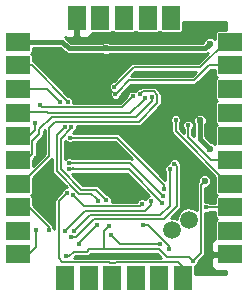
<source format=gbr>
G04 #@! TF.FileFunction,Copper,L2,Bot,Signal*
%FSLAX46Y46*%
G04 Gerber Fmt 4.6, Leading zero omitted, Abs format (unit mm)*
G04 Created by KiCad (PCBNEW 4.0.4-stable) date 05/29/18 15:09:19*
%MOMM*%
%LPD*%
G01*
G04 APERTURE LIST*
%ADD10C,0.100000*%
%ADD11R,1.500000X1.500000*%
%ADD12R,2.000000X1.500000*%
%ADD13R,1.500000X2.000000*%
%ADD14C,1.500000*%
%ADD15C,0.400000*%
%ADD16C,0.600000*%
%ADD17C,0.200000*%
%ADD18C,0.400000*%
%ADD19C,0.254000*%
G04 APERTURE END LIST*
D10*
D11*
X100000000Y-90000000D03*
D12*
X100000000Y-90000000D03*
D11*
X100000000Y-88000000D03*
D12*
X100000000Y-88000000D03*
D11*
X100000000Y-86000000D03*
X100000000Y-84000000D03*
D12*
X100000000Y-86000000D03*
X100000000Y-84000000D03*
D11*
X100000000Y-96000000D03*
X100000000Y-94000000D03*
X100000000Y-98000000D03*
X100000000Y-92000000D03*
D12*
X100000000Y-96000000D03*
X100000000Y-92000000D03*
X100000000Y-98000000D03*
X100000000Y-94000000D03*
D11*
X100000000Y-80000000D03*
X100000000Y-82000000D03*
D12*
X100000000Y-82000000D03*
X100000000Y-80000000D03*
D11*
X104000000Y-100000000D03*
D13*
X104000000Y-100000000D03*
D11*
X106000000Y-100000000D03*
D13*
X106000000Y-100000000D03*
D11*
X108000000Y-100000000D03*
X110000000Y-100000000D03*
D13*
X108000000Y-100000000D03*
X110000000Y-100000000D03*
D11*
X114000000Y-100000000D03*
X112000000Y-100000000D03*
D13*
X112000000Y-100000000D03*
X114000000Y-100000000D03*
D11*
X118000000Y-86000000D03*
X118000000Y-84000000D03*
X118000000Y-90000000D03*
X118000000Y-88000000D03*
X118000000Y-80000000D03*
X118000000Y-82000000D03*
X118000000Y-96000000D03*
X118000000Y-94000000D03*
X118000000Y-98000000D03*
X118000000Y-92000000D03*
D12*
X118000000Y-86000000D03*
X118000000Y-84000000D03*
X118000000Y-88000000D03*
X118000000Y-90000000D03*
X118000000Y-82000000D03*
X118000000Y-80000000D03*
X118000000Y-96000000D03*
X118000000Y-98000000D03*
X118000000Y-92000000D03*
X118000000Y-94000000D03*
D11*
X107000000Y-78000000D03*
X109000000Y-78000000D03*
X105000000Y-78000000D03*
X111000000Y-78000000D03*
X113000000Y-78000000D03*
D13*
X107000000Y-78000000D03*
X111000000Y-78000000D03*
X105000000Y-78000000D03*
X109000000Y-78000000D03*
X113000000Y-78000000D03*
D14*
X113020000Y-95950000D03*
X114520000Y-95050000D03*
D15*
X116420000Y-95275000D03*
X116395000Y-92650000D03*
X116495000Y-91500000D03*
X107914719Y-98053846D03*
X101570000Y-89850000D03*
X107920000Y-93000000D03*
D16*
X106020000Y-84550000D03*
X105020000Y-79600000D03*
D15*
X110120000Y-98050000D03*
X104370000Y-88650000D03*
X110969565Y-81231489D03*
X115266793Y-90103207D03*
X110570000Y-79550000D03*
X107420000Y-83350000D03*
X102270000Y-90700000D03*
X102220000Y-88100000D03*
X116220000Y-96450000D03*
D16*
X110520000Y-82700000D03*
X109320000Y-79550000D03*
D15*
X108520000Y-88900000D03*
X107720000Y-95600000D03*
X104070000Y-98150000D03*
X114820000Y-98550000D03*
D16*
X115820000Y-91800000D03*
X116270000Y-89050000D03*
X115420000Y-86650000D03*
X116270000Y-80150000D03*
X107470000Y-80550000D03*
D15*
X114520000Y-95050000D03*
X112320000Y-93050000D03*
X104320000Y-90250000D03*
X112008302Y-97101622D03*
X107901802Y-96381802D03*
X112370000Y-92450000D03*
X104424727Y-88102727D03*
X103570000Y-85050000D03*
X113020000Y-95950000D03*
X112220000Y-93600000D03*
X104320000Y-90800000D03*
X104170016Y-92796054D03*
X104001028Y-96014385D03*
X111273521Y-93492756D03*
X102620000Y-95950000D03*
X115970011Y-94009607D03*
X114420000Y-87050000D03*
X106790865Y-93449990D03*
X103970147Y-87213193D03*
X104220000Y-85050002D03*
X104795540Y-96000011D03*
X112870000Y-90750000D03*
X104518987Y-96497324D03*
X113270000Y-90300000D03*
X101570000Y-95900000D03*
X113370000Y-86600000D03*
X111370000Y-84700000D03*
X110774027Y-84765738D03*
X110366276Y-84396629D03*
X101450643Y-86830338D03*
X101857968Y-85319838D03*
X109720000Y-84600000D03*
X108275710Y-84425983D03*
X108176359Y-83788012D03*
X105212625Y-97106102D03*
X107493822Y-93376516D03*
X106720000Y-95481248D03*
X104520000Y-87200000D03*
X112820000Y-97550000D03*
X110620000Y-95500000D03*
X110520000Y-93700000D03*
X104720000Y-93000000D03*
D17*
X116420000Y-95275000D02*
X116420000Y-96250000D01*
X116420000Y-96250000D02*
X116220000Y-96450000D01*
X115266793Y-90103207D02*
X115266793Y-90271793D01*
X115266793Y-90271793D02*
X116495000Y-91500000D01*
X107918565Y-98050000D02*
X107914719Y-98053846D01*
X110120000Y-98050000D02*
X107918565Y-98050000D01*
X102220000Y-88100000D02*
X102220000Y-89200000D01*
X102220000Y-89200000D02*
X101570000Y-89850000D01*
D18*
X118000000Y-98000000D02*
X117970000Y-98000000D01*
D17*
X106070000Y-97550000D02*
X107270000Y-97550000D01*
X107270000Y-97550000D02*
X111970000Y-97550000D01*
X107720000Y-95600000D02*
X107270000Y-96050000D01*
X107270000Y-96050000D02*
X107270000Y-97550000D01*
X112620000Y-98200000D02*
X114470000Y-98200000D01*
X114470000Y-98200000D02*
X114820000Y-98550000D01*
X111970000Y-97550000D02*
X112620000Y-98200000D01*
X105870000Y-97750000D02*
X106070000Y-97550000D01*
X104752842Y-97750000D02*
X105870000Y-97750000D01*
X104070000Y-98150000D02*
X104352842Y-98150000D01*
X104352842Y-98150000D02*
X104752842Y-97750000D01*
X114820000Y-98550000D02*
X115520001Y-97849999D01*
X115520001Y-97849999D02*
X115520001Y-93549999D01*
X115520001Y-93549999D02*
X115520001Y-93599999D01*
X115820000Y-91800000D02*
X115520001Y-92099999D01*
X115520001Y-92099999D02*
X115520001Y-93549999D01*
D18*
X115420000Y-86650000D02*
X115420000Y-88200000D01*
X115420000Y-88200000D02*
X116270000Y-89050000D01*
X107470000Y-80550000D02*
X115870000Y-80550000D01*
X115870000Y-80550000D02*
X116270000Y-80150000D01*
X100000000Y-80000000D02*
X103770000Y-80000000D01*
X103770000Y-80000000D02*
X104320000Y-80550000D01*
X104320000Y-80550000D02*
X107470000Y-80550000D01*
D17*
X104320000Y-90250000D02*
X109520000Y-90250000D01*
X109520000Y-90250000D02*
X112320000Y-93050000D01*
X108621622Y-97101622D02*
X111725460Y-97101622D01*
X111725460Y-97101622D02*
X112008302Y-97101622D01*
X107901802Y-96381802D02*
X108621622Y-97101622D01*
X104424727Y-88102727D02*
X108388729Y-88102727D01*
X108388729Y-88102727D02*
X112370000Y-92083998D01*
X112370000Y-92083998D02*
X112370000Y-92450000D01*
X103570000Y-85050000D02*
X102520000Y-84000000D01*
X102520000Y-84000000D02*
X100000000Y-84000000D01*
X104320000Y-90800000D02*
X109420000Y-90800000D01*
X109420000Y-90800000D02*
X112220000Y-93600000D01*
X104320000Y-90800000D02*
X104602842Y-90800000D01*
X104602842Y-90800000D02*
X104802832Y-90600010D01*
X110000000Y-99050000D02*
X110000000Y-100000000D01*
X112000000Y-100000000D02*
X112000000Y-99050000D01*
X103469999Y-93496071D02*
X103970017Y-92996053D01*
X103780785Y-98646900D02*
X103469999Y-98336114D01*
X113596900Y-98646900D02*
X108279922Y-98646900D01*
X108279922Y-98646900D02*
X108220647Y-98706175D01*
X108220647Y-98706175D02*
X107788643Y-98706175D01*
X107788643Y-98706175D02*
X107729368Y-98646900D01*
X114000000Y-100000000D02*
X114000000Y-99050000D01*
X114000000Y-99050000D02*
X113596900Y-98646900D01*
X107729368Y-98646900D02*
X103780785Y-98646900D01*
X103469999Y-98336114D02*
X103469999Y-93496071D01*
X103970017Y-92996053D02*
X104170016Y-92796054D01*
X111273521Y-93775598D02*
X110749108Y-94300011D01*
X104201027Y-95814386D02*
X104001028Y-96014385D01*
X105715402Y-94300011D02*
X104201027Y-95814386D01*
X110749108Y-94300011D02*
X105715402Y-94300011D01*
X111273521Y-93492756D02*
X111273521Y-93775598D01*
X100000000Y-94000000D02*
X100950000Y-94000000D01*
X100950000Y-94000000D02*
X102620000Y-95670000D01*
X102620000Y-95670000D02*
X102620000Y-95950000D01*
X118000000Y-94000000D02*
X115979618Y-94000000D01*
X115979618Y-94000000D02*
X115970011Y-94009607D01*
X114420000Y-87332842D02*
X114420000Y-87050000D01*
X116405996Y-90000000D02*
X114420000Y-88014004D01*
X114420000Y-88014004D02*
X114420000Y-87332842D01*
X118000000Y-90000000D02*
X116405996Y-90000000D01*
X104000000Y-100000000D02*
X104000000Y-99050000D01*
X106590866Y-93249991D02*
X106790865Y-93449990D01*
X103291037Y-90926047D02*
X105214978Y-92849988D01*
X103291037Y-87892303D02*
X103291037Y-90926047D01*
X106190863Y-92849988D02*
X106590866Y-93249991D01*
X103970147Y-87213193D02*
X103291037Y-87892303D01*
X105214978Y-92849988D02*
X106190863Y-92849988D01*
X104220000Y-85050002D02*
X101169998Y-82000000D01*
X101169998Y-82000000D02*
X100000000Y-82000000D01*
X108000000Y-100000000D02*
X108000000Y-99524990D01*
X112064389Y-94668930D02*
X106126621Y-94668930D01*
X104995539Y-95800012D02*
X104795540Y-96000011D01*
X112870000Y-90750000D02*
X112870000Y-93863319D01*
X112870000Y-93863319D02*
X112064389Y-94668930D01*
X106126621Y-94668930D02*
X104995539Y-95800012D01*
X113469999Y-93912659D02*
X112351420Y-95031238D01*
X112351420Y-95031238D02*
X106416500Y-95031238D01*
X113469999Y-90499999D02*
X113469999Y-93912659D01*
X104950414Y-96497324D02*
X104801829Y-96497324D01*
X106416500Y-95031238D02*
X104950414Y-96497324D01*
X104801829Y-96497324D02*
X104518987Y-96497324D01*
X113270000Y-90300000D02*
X113469999Y-90499999D01*
X100000000Y-98000000D02*
X100950000Y-98000000D01*
X100950000Y-98000000D02*
X101570000Y-97380000D01*
X101570000Y-97380000D02*
X101570000Y-95900000D01*
X113370000Y-86600000D02*
X113370000Y-87570002D01*
X113370000Y-87570002D02*
X117799998Y-92000000D01*
X117799998Y-92000000D02*
X118000000Y-92000000D01*
X101250001Y-89503995D02*
X100753996Y-90000000D01*
X101250001Y-88403997D02*
X101250001Y-89503995D01*
X101820001Y-87409822D02*
X101820001Y-87833997D01*
X102879812Y-86350011D02*
X101820001Y-87409822D01*
X110002831Y-86350011D02*
X102879812Y-86350011D01*
X111370000Y-84982842D02*
X110002831Y-86350011D01*
X111370000Y-84700000D02*
X111370000Y-84982842D01*
X100753996Y-90000000D02*
X100000000Y-90000000D01*
X101820001Y-87833997D02*
X101250001Y-88403997D01*
X101050015Y-85899985D02*
X102438865Y-85899985D01*
X102438865Y-85899985D02*
X102538880Y-86000000D01*
X109539765Y-86000000D02*
X110574028Y-84965737D01*
X110574028Y-84965737D02*
X110774027Y-84765738D01*
X102538880Y-86000000D02*
X109539765Y-86000000D01*
X100950000Y-86000000D02*
X101050015Y-85899985D01*
X100000000Y-86000000D02*
X100950000Y-86000000D01*
X110246408Y-86762995D02*
X104798997Y-86762995D01*
X111532632Y-84196630D02*
X111820001Y-84483999D01*
X102670001Y-87269248D02*
X102670001Y-89633997D01*
X110566275Y-84196630D02*
X111532632Y-84196630D01*
X110366276Y-84396629D02*
X110566275Y-84196630D01*
X111820001Y-85189402D02*
X110246408Y-86762995D01*
X103189250Y-86749999D02*
X102670001Y-87269248D01*
X111820001Y-84483999D02*
X111820001Y-85189402D01*
X104798997Y-86762995D02*
X104786001Y-86749999D01*
X104786001Y-86749999D02*
X103189250Y-86749999D01*
X100303998Y-92000000D02*
X100000000Y-92000000D01*
X102670001Y-89633997D02*
X100303998Y-92000000D01*
X101450643Y-87113180D02*
X101450643Y-86830338D01*
X100950000Y-88000000D02*
X101450643Y-87499357D01*
X101450643Y-87499357D02*
X101450643Y-87113180D01*
X100000000Y-88000000D02*
X100950000Y-88000000D01*
X102057967Y-85519837D02*
X101857968Y-85319838D01*
X108800163Y-85519837D02*
X102057967Y-85519837D01*
X109720000Y-84600000D02*
X108800163Y-85519837D01*
X118000000Y-82000000D02*
X116190296Y-82000000D01*
X116190296Y-82000000D02*
X114940295Y-83250001D01*
X114940295Y-83250001D02*
X109451692Y-83250001D01*
X109451692Y-83250001D02*
X108475709Y-84225984D01*
X108475709Y-84225984D02*
X108275710Y-84425983D01*
X118000000Y-80000000D02*
X117605712Y-80000000D01*
X117605712Y-80000000D02*
X115455713Y-82149999D01*
X115455713Y-82149999D02*
X109814372Y-82149999D01*
X109814372Y-82149999D02*
X108376358Y-83588013D01*
X108376358Y-83588013D02*
X108176359Y-83788012D01*
X105212625Y-96988623D02*
X105212625Y-97106102D01*
X106720000Y-95481248D02*
X105212625Y-96988623D01*
X104520000Y-87324186D02*
X103641048Y-88203138D01*
X103641048Y-88203138D02*
X103641048Y-90781068D01*
X106617284Y-92499978D02*
X107293823Y-93176517D01*
X107293823Y-93176517D02*
X107493822Y-93376516D01*
X105359958Y-92499978D02*
X106617284Y-92499978D01*
X104520000Y-87200000D02*
X104520000Y-87324186D01*
X103641048Y-90781068D02*
X105359958Y-92499978D01*
X112820000Y-97267158D02*
X112820000Y-97550000D01*
X111052842Y-95500000D02*
X112820000Y-97267158D01*
X110620000Y-95500000D02*
X111052842Y-95500000D01*
X104720000Y-93000000D02*
X105639074Y-93919074D01*
X105639074Y-93919074D02*
X110300926Y-93919074D01*
X110300926Y-93919074D02*
X110320001Y-93899999D01*
X110320001Y-93899999D02*
X110520000Y-93700000D01*
D19*
G36*
X116717574Y-94750000D02*
X116736889Y-94852650D01*
X116797555Y-94946927D01*
X116876076Y-95000579D01*
X116803073Y-95047555D01*
X116739825Y-95140120D01*
X116717574Y-95250000D01*
X116717574Y-96679666D01*
X116640302Y-96711673D01*
X116461673Y-96890301D01*
X116365000Y-97123690D01*
X116365000Y-97714250D01*
X116523750Y-97873000D01*
X117673000Y-97873000D01*
X117673000Y-98127000D01*
X116523750Y-98127000D01*
X116365000Y-98285750D01*
X116365000Y-98876310D01*
X116461673Y-99109699D01*
X116640302Y-99288327D01*
X116873691Y-99385000D01*
X117673000Y-99385000D01*
X117673000Y-99673000D01*
X115032426Y-99673000D01*
X115032426Y-99000000D01*
X115028645Y-98979905D01*
X115089846Y-98954617D01*
X115224145Y-98820552D01*
X115296917Y-98645297D01*
X115296951Y-98606207D01*
X115786580Y-98116578D01*
X115868304Y-97994271D01*
X115897001Y-97849999D01*
X115897001Y-94486543D01*
X116064476Y-94486690D01*
X116239857Y-94414224D01*
X116277146Y-94377000D01*
X116717574Y-94377000D01*
X116717574Y-94750000D01*
X116717574Y-94750000D01*
G37*
X116717574Y-94750000D02*
X116736889Y-94852650D01*
X116797555Y-94946927D01*
X116876076Y-95000579D01*
X116803073Y-95047555D01*
X116739825Y-95140120D01*
X116717574Y-95250000D01*
X116717574Y-96679666D01*
X116640302Y-96711673D01*
X116461673Y-96890301D01*
X116365000Y-97123690D01*
X116365000Y-97714250D01*
X116523750Y-97873000D01*
X117673000Y-97873000D01*
X117673000Y-98127000D01*
X116523750Y-98127000D01*
X116365000Y-98285750D01*
X116365000Y-98876310D01*
X116461673Y-99109699D01*
X116640302Y-99288327D01*
X116873691Y-99385000D01*
X117673000Y-99385000D01*
X117673000Y-99673000D01*
X115032426Y-99673000D01*
X115032426Y-99000000D01*
X115028645Y-98979905D01*
X115089846Y-98954617D01*
X115224145Y-98820552D01*
X115296917Y-98645297D01*
X115296951Y-98606207D01*
X115786580Y-98116578D01*
X115868304Y-97994271D01*
X115897001Y-97849999D01*
X115897001Y-94486543D01*
X116064476Y-94486690D01*
X116239857Y-94414224D01*
X116277146Y-94377000D01*
X116717574Y-94377000D01*
X116717574Y-94750000D01*
G36*
X112156742Y-98269900D02*
X108279922Y-98269900D01*
X108135650Y-98298597D01*
X108089887Y-98329175D01*
X107919403Y-98329175D01*
X107873640Y-98298597D01*
X107729368Y-98269900D01*
X104766100Y-98269900D01*
X104909001Y-98127000D01*
X105870000Y-98127000D01*
X106014272Y-98098303D01*
X106136579Y-98016579D01*
X106226158Y-97927000D01*
X111813842Y-97927000D01*
X112156742Y-98269900D01*
X112156742Y-98269900D01*
G37*
X112156742Y-98269900D02*
X108279922Y-98269900D01*
X108135650Y-98298597D01*
X108089887Y-98329175D01*
X107919403Y-98329175D01*
X107873640Y-98298597D01*
X107729368Y-98269900D01*
X104766100Y-98269900D01*
X104909001Y-98127000D01*
X105870000Y-98127000D01*
X106014272Y-98098303D01*
X106136579Y-98016579D01*
X106226158Y-97927000D01*
X111813842Y-97927000D01*
X112156742Y-98269900D01*
G36*
X102914037Y-90926047D02*
X102942734Y-91070319D01*
X103024458Y-91192626D01*
X104150868Y-92319037D01*
X104075551Y-92318971D01*
X103900170Y-92391437D01*
X103765871Y-92525502D01*
X103693099Y-92700757D01*
X103693065Y-92739847D01*
X103203420Y-93229492D01*
X103121696Y-93351799D01*
X103092999Y-93496071D01*
X103092999Y-95845651D01*
X103024617Y-95680154D01*
X102992650Y-95648131D01*
X102968303Y-95525728D01*
X102920472Y-95454145D01*
X102886580Y-95403421D01*
X101282426Y-93799268D01*
X101282426Y-93250000D01*
X101263111Y-93147350D01*
X101202445Y-93053073D01*
X101123924Y-92999421D01*
X101196927Y-92952445D01*
X101260175Y-92859880D01*
X101282426Y-92750000D01*
X101282426Y-91554730D01*
X102914037Y-89923120D01*
X102914037Y-90926047D01*
X102914037Y-90926047D01*
G37*
X102914037Y-90926047D02*
X102942734Y-91070319D01*
X103024458Y-91192626D01*
X104150868Y-92319037D01*
X104075551Y-92318971D01*
X103900170Y-92391437D01*
X103765871Y-92525502D01*
X103693099Y-92700757D01*
X103693065Y-92739847D01*
X103203420Y-93229492D01*
X103121696Y-93351799D01*
X103092999Y-93496071D01*
X103092999Y-95845651D01*
X103024617Y-95680154D01*
X102992650Y-95648131D01*
X102968303Y-95525728D01*
X102920472Y-95454145D01*
X102886580Y-95403421D01*
X101282426Y-93799268D01*
X101282426Y-93250000D01*
X101263111Y-93147350D01*
X101202445Y-93053073D01*
X101123924Y-92999421D01*
X101196927Y-92952445D01*
X101260175Y-92859880D01*
X101282426Y-92750000D01*
X101282426Y-91554730D01*
X102914037Y-89923120D01*
X102914037Y-90926047D01*
G36*
X103982710Y-80887290D02*
X104137459Y-80990691D01*
X104320000Y-81027000D01*
X107130879Y-81027000D01*
X107142729Y-81038871D01*
X107354724Y-81126900D01*
X107584269Y-81127100D01*
X107796417Y-81039442D01*
X107808881Y-81027000D01*
X115870000Y-81027000D01*
X116052540Y-80990691D01*
X116140910Y-80931644D01*
X115299555Y-81772999D01*
X109814372Y-81772999D01*
X109670100Y-81801696D01*
X109547793Y-81883420D01*
X108120250Y-83310963D01*
X108081894Y-83310929D01*
X107906513Y-83383395D01*
X107772214Y-83517460D01*
X107699442Y-83692715D01*
X107699276Y-83882477D01*
X107771742Y-84057858D01*
X107870854Y-84157143D01*
X107798793Y-84330686D01*
X107798627Y-84520448D01*
X107871093Y-84695829D01*
X108005158Y-84830128D01*
X108180413Y-84902900D01*
X108370175Y-84903066D01*
X108545556Y-84830600D01*
X108679855Y-84696535D01*
X108752627Y-84521280D01*
X108752661Y-84482190D01*
X109607851Y-83627001D01*
X114940295Y-83627001D01*
X115084567Y-83598304D01*
X115206874Y-83516580D01*
X116346455Y-82377000D01*
X116717574Y-82377000D01*
X116717574Y-82750000D01*
X116736889Y-82852650D01*
X116797555Y-82946927D01*
X116876076Y-83000579D01*
X116803073Y-83047555D01*
X116739825Y-83140120D01*
X116717574Y-83250000D01*
X116717574Y-84750000D01*
X116736889Y-84852650D01*
X116797555Y-84946927D01*
X116876076Y-85000579D01*
X116803073Y-85047555D01*
X116739825Y-85140120D01*
X116717574Y-85250000D01*
X116717574Y-86750000D01*
X116736889Y-86852650D01*
X116797555Y-86946927D01*
X116876076Y-87000579D01*
X116803073Y-87047555D01*
X116739825Y-87140120D01*
X116717574Y-87250000D01*
X116717574Y-88681642D01*
X116597271Y-88561129D01*
X116385276Y-88473100D01*
X116367665Y-88473085D01*
X115897000Y-88002420D01*
X115897000Y-86989121D01*
X115908871Y-86977271D01*
X115996900Y-86765276D01*
X115997100Y-86535731D01*
X115909442Y-86323583D01*
X115747271Y-86161129D01*
X115535276Y-86073100D01*
X115305731Y-86072900D01*
X115093583Y-86160558D01*
X114931129Y-86322729D01*
X114843100Y-86534724D01*
X114842900Y-86764269D01*
X114930558Y-86976417D01*
X114943000Y-86988881D01*
X114943000Y-88003846D01*
X114797000Y-87857846D01*
X114797000Y-87347650D01*
X114824145Y-87320552D01*
X114896917Y-87145297D01*
X114897083Y-86955535D01*
X114824617Y-86780154D01*
X114690552Y-86645855D01*
X114515297Y-86573083D01*
X114325535Y-86572917D01*
X114150154Y-86645383D01*
X114015855Y-86779448D01*
X113943083Y-86954703D01*
X113942917Y-87144465D01*
X114015383Y-87319846D01*
X114043000Y-87347511D01*
X114043000Y-87709844D01*
X113747000Y-87413844D01*
X113747000Y-86897650D01*
X113774145Y-86870552D01*
X113846917Y-86695297D01*
X113847083Y-86505535D01*
X113774617Y-86330154D01*
X113640552Y-86195855D01*
X113465297Y-86123083D01*
X113275535Y-86122917D01*
X113100154Y-86195383D01*
X112965855Y-86329448D01*
X112893083Y-86504703D01*
X112892917Y-86694465D01*
X112965383Y-86869846D01*
X112993000Y-86897511D01*
X112993000Y-87570002D01*
X113021697Y-87714274D01*
X113103421Y-87836581D01*
X116717574Y-91450734D01*
X116717574Y-92750000D01*
X116736889Y-92852650D01*
X116797555Y-92946927D01*
X116876076Y-93000579D01*
X116803073Y-93047555D01*
X116739825Y-93140120D01*
X116717574Y-93250000D01*
X116717574Y-93623000D01*
X116258070Y-93623000D01*
X116240563Y-93605462D01*
X116065308Y-93532690D01*
X115897001Y-93532543D01*
X115897001Y-92377068D01*
X115934269Y-92377100D01*
X116146417Y-92289442D01*
X116308871Y-92127271D01*
X116396900Y-91915276D01*
X116397100Y-91685731D01*
X116309442Y-91473583D01*
X116147271Y-91311129D01*
X115935276Y-91223100D01*
X115705731Y-91222900D01*
X115493583Y-91310558D01*
X115331129Y-91472729D01*
X115243100Y-91684724D01*
X115242957Y-91849082D01*
X115171698Y-91955727D01*
X115143001Y-92099999D01*
X115143001Y-94220424D01*
X115102508Y-94179860D01*
X114725179Y-94023179D01*
X114316613Y-94022822D01*
X113939011Y-94178844D01*
X113649860Y-94467492D01*
X113493179Y-94844821D01*
X113493013Y-95034394D01*
X113225179Y-94923179D01*
X112992840Y-94922976D01*
X113736579Y-94179238D01*
X113786803Y-94104072D01*
X113818302Y-94056931D01*
X113846999Y-93912659D01*
X113846999Y-90499999D01*
X113818302Y-90355727D01*
X113747045Y-90249085D01*
X113747083Y-90205535D01*
X113674617Y-90030154D01*
X113540552Y-89895855D01*
X113365297Y-89823083D01*
X113175535Y-89822917D01*
X113000154Y-89895383D01*
X112865855Y-90029448D01*
X112793083Y-90204703D01*
X112793023Y-90272932D01*
X112775535Y-90272917D01*
X112600154Y-90345383D01*
X112465855Y-90479448D01*
X112393083Y-90654703D01*
X112392917Y-90844465D01*
X112465383Y-91019846D01*
X112493000Y-91047511D01*
X112493000Y-91673839D01*
X108655308Y-87836148D01*
X108533001Y-87754424D01*
X108388729Y-87725727D01*
X104722377Y-87725727D01*
X104695279Y-87698582D01*
X104683608Y-87693736D01*
X104760673Y-87616671D01*
X104789846Y-87604617D01*
X104924145Y-87470552D01*
X104996917Y-87295297D01*
X104997053Y-87139995D01*
X110246408Y-87139995D01*
X110390680Y-87111298D01*
X110512987Y-87029574D01*
X112086581Y-85455981D01*
X112162248Y-85342737D01*
X112168304Y-85333674D01*
X112197001Y-85189402D01*
X112197001Y-84483999D01*
X112168304Y-84339727D01*
X112086580Y-84217420D01*
X111799211Y-83930051D01*
X111676904Y-83848327D01*
X111532632Y-83819630D01*
X110566275Y-83819630D01*
X110422003Y-83848327D01*
X110315361Y-83919584D01*
X110271811Y-83919546D01*
X110096430Y-83992012D01*
X109962131Y-84126077D01*
X109941597Y-84175527D01*
X109815297Y-84123083D01*
X109625535Y-84122917D01*
X109450154Y-84195383D01*
X109315855Y-84329448D01*
X109243083Y-84504703D01*
X109243049Y-84543793D01*
X108644005Y-85142837D01*
X104696919Y-85142837D01*
X104697083Y-84955537D01*
X104624617Y-84780156D01*
X104490552Y-84645857D01*
X104315297Y-84573085D01*
X104276207Y-84573051D01*
X101436577Y-81733421D01*
X101314270Y-81651697D01*
X101282426Y-81645363D01*
X101282426Y-81250000D01*
X101263111Y-81147350D01*
X101202445Y-81053073D01*
X101123924Y-80999421D01*
X101196927Y-80952445D01*
X101260175Y-80859880D01*
X101282426Y-80750000D01*
X101282426Y-80477000D01*
X103572420Y-80477000D01*
X103982710Y-80887290D01*
X103982710Y-80887290D01*
G37*
X103982710Y-80887290D02*
X104137459Y-80990691D01*
X104320000Y-81027000D01*
X107130879Y-81027000D01*
X107142729Y-81038871D01*
X107354724Y-81126900D01*
X107584269Y-81127100D01*
X107796417Y-81039442D01*
X107808881Y-81027000D01*
X115870000Y-81027000D01*
X116052540Y-80990691D01*
X116140910Y-80931644D01*
X115299555Y-81772999D01*
X109814372Y-81772999D01*
X109670100Y-81801696D01*
X109547793Y-81883420D01*
X108120250Y-83310963D01*
X108081894Y-83310929D01*
X107906513Y-83383395D01*
X107772214Y-83517460D01*
X107699442Y-83692715D01*
X107699276Y-83882477D01*
X107771742Y-84057858D01*
X107870854Y-84157143D01*
X107798793Y-84330686D01*
X107798627Y-84520448D01*
X107871093Y-84695829D01*
X108005158Y-84830128D01*
X108180413Y-84902900D01*
X108370175Y-84903066D01*
X108545556Y-84830600D01*
X108679855Y-84696535D01*
X108752627Y-84521280D01*
X108752661Y-84482190D01*
X109607851Y-83627001D01*
X114940295Y-83627001D01*
X115084567Y-83598304D01*
X115206874Y-83516580D01*
X116346455Y-82377000D01*
X116717574Y-82377000D01*
X116717574Y-82750000D01*
X116736889Y-82852650D01*
X116797555Y-82946927D01*
X116876076Y-83000579D01*
X116803073Y-83047555D01*
X116739825Y-83140120D01*
X116717574Y-83250000D01*
X116717574Y-84750000D01*
X116736889Y-84852650D01*
X116797555Y-84946927D01*
X116876076Y-85000579D01*
X116803073Y-85047555D01*
X116739825Y-85140120D01*
X116717574Y-85250000D01*
X116717574Y-86750000D01*
X116736889Y-86852650D01*
X116797555Y-86946927D01*
X116876076Y-87000579D01*
X116803073Y-87047555D01*
X116739825Y-87140120D01*
X116717574Y-87250000D01*
X116717574Y-88681642D01*
X116597271Y-88561129D01*
X116385276Y-88473100D01*
X116367665Y-88473085D01*
X115897000Y-88002420D01*
X115897000Y-86989121D01*
X115908871Y-86977271D01*
X115996900Y-86765276D01*
X115997100Y-86535731D01*
X115909442Y-86323583D01*
X115747271Y-86161129D01*
X115535276Y-86073100D01*
X115305731Y-86072900D01*
X115093583Y-86160558D01*
X114931129Y-86322729D01*
X114843100Y-86534724D01*
X114842900Y-86764269D01*
X114930558Y-86976417D01*
X114943000Y-86988881D01*
X114943000Y-88003846D01*
X114797000Y-87857846D01*
X114797000Y-87347650D01*
X114824145Y-87320552D01*
X114896917Y-87145297D01*
X114897083Y-86955535D01*
X114824617Y-86780154D01*
X114690552Y-86645855D01*
X114515297Y-86573083D01*
X114325535Y-86572917D01*
X114150154Y-86645383D01*
X114015855Y-86779448D01*
X113943083Y-86954703D01*
X113942917Y-87144465D01*
X114015383Y-87319846D01*
X114043000Y-87347511D01*
X114043000Y-87709844D01*
X113747000Y-87413844D01*
X113747000Y-86897650D01*
X113774145Y-86870552D01*
X113846917Y-86695297D01*
X113847083Y-86505535D01*
X113774617Y-86330154D01*
X113640552Y-86195855D01*
X113465297Y-86123083D01*
X113275535Y-86122917D01*
X113100154Y-86195383D01*
X112965855Y-86329448D01*
X112893083Y-86504703D01*
X112892917Y-86694465D01*
X112965383Y-86869846D01*
X112993000Y-86897511D01*
X112993000Y-87570002D01*
X113021697Y-87714274D01*
X113103421Y-87836581D01*
X116717574Y-91450734D01*
X116717574Y-92750000D01*
X116736889Y-92852650D01*
X116797555Y-92946927D01*
X116876076Y-93000579D01*
X116803073Y-93047555D01*
X116739825Y-93140120D01*
X116717574Y-93250000D01*
X116717574Y-93623000D01*
X116258070Y-93623000D01*
X116240563Y-93605462D01*
X116065308Y-93532690D01*
X115897001Y-93532543D01*
X115897001Y-92377068D01*
X115934269Y-92377100D01*
X116146417Y-92289442D01*
X116308871Y-92127271D01*
X116396900Y-91915276D01*
X116397100Y-91685731D01*
X116309442Y-91473583D01*
X116147271Y-91311129D01*
X115935276Y-91223100D01*
X115705731Y-91222900D01*
X115493583Y-91310558D01*
X115331129Y-91472729D01*
X115243100Y-91684724D01*
X115242957Y-91849082D01*
X115171698Y-91955727D01*
X115143001Y-92099999D01*
X115143001Y-94220424D01*
X115102508Y-94179860D01*
X114725179Y-94023179D01*
X114316613Y-94022822D01*
X113939011Y-94178844D01*
X113649860Y-94467492D01*
X113493179Y-94844821D01*
X113493013Y-95034394D01*
X113225179Y-94923179D01*
X112992840Y-94922976D01*
X113736579Y-94179238D01*
X113786803Y-94104072D01*
X113818302Y-94056931D01*
X113846999Y-93912659D01*
X113846999Y-90499999D01*
X113818302Y-90355727D01*
X113747045Y-90249085D01*
X113747083Y-90205535D01*
X113674617Y-90030154D01*
X113540552Y-89895855D01*
X113365297Y-89823083D01*
X113175535Y-89822917D01*
X113000154Y-89895383D01*
X112865855Y-90029448D01*
X112793083Y-90204703D01*
X112793023Y-90272932D01*
X112775535Y-90272917D01*
X112600154Y-90345383D01*
X112465855Y-90479448D01*
X112393083Y-90654703D01*
X112392917Y-90844465D01*
X112465383Y-91019846D01*
X112493000Y-91047511D01*
X112493000Y-91673839D01*
X108655308Y-87836148D01*
X108533001Y-87754424D01*
X108388729Y-87725727D01*
X104722377Y-87725727D01*
X104695279Y-87698582D01*
X104683608Y-87693736D01*
X104760673Y-87616671D01*
X104789846Y-87604617D01*
X104924145Y-87470552D01*
X104996917Y-87295297D01*
X104997053Y-87139995D01*
X110246408Y-87139995D01*
X110390680Y-87111298D01*
X110512987Y-87029574D01*
X112086581Y-85455981D01*
X112162248Y-85342737D01*
X112168304Y-85333674D01*
X112197001Y-85189402D01*
X112197001Y-84483999D01*
X112168304Y-84339727D01*
X112086580Y-84217420D01*
X111799211Y-83930051D01*
X111676904Y-83848327D01*
X111532632Y-83819630D01*
X110566275Y-83819630D01*
X110422003Y-83848327D01*
X110315361Y-83919584D01*
X110271811Y-83919546D01*
X110096430Y-83992012D01*
X109962131Y-84126077D01*
X109941597Y-84175527D01*
X109815297Y-84123083D01*
X109625535Y-84122917D01*
X109450154Y-84195383D01*
X109315855Y-84329448D01*
X109243083Y-84504703D01*
X109243049Y-84543793D01*
X108644005Y-85142837D01*
X104696919Y-85142837D01*
X104697083Y-84955537D01*
X104624617Y-84780156D01*
X104490552Y-84645857D01*
X104315297Y-84573085D01*
X104276207Y-84573051D01*
X101436577Y-81733421D01*
X101314270Y-81651697D01*
X101282426Y-81645363D01*
X101282426Y-81250000D01*
X101263111Y-81147350D01*
X101202445Y-81053073D01*
X101123924Y-80999421D01*
X101196927Y-80952445D01*
X101260175Y-80859880D01*
X101282426Y-80750000D01*
X101282426Y-80477000D01*
X103572420Y-80477000D01*
X103982710Y-80887290D01*
G36*
X111124894Y-93038052D02*
X111003675Y-93088139D01*
X110869376Y-93222204D01*
X110824622Y-93329984D01*
X110790552Y-93295855D01*
X110615297Y-93223083D01*
X110425535Y-93222917D01*
X110250154Y-93295383D01*
X110115855Y-93429448D01*
X110069089Y-93542074D01*
X107941564Y-93542074D01*
X107970739Y-93471813D01*
X107970905Y-93282051D01*
X107898439Y-93106670D01*
X107764374Y-92972371D01*
X107589119Y-92899599D01*
X107550030Y-92899565D01*
X106883863Y-92233399D01*
X106761556Y-92151675D01*
X106617284Y-92122978D01*
X105516116Y-92122978D01*
X104593804Y-91200666D01*
X104617511Y-91177000D01*
X109263842Y-91177000D01*
X111124894Y-93038052D01*
X111124894Y-93038052D01*
G37*
X111124894Y-93038052D02*
X111003675Y-93088139D01*
X110869376Y-93222204D01*
X110824622Y-93329984D01*
X110790552Y-93295855D01*
X110615297Y-93223083D01*
X110425535Y-93222917D01*
X110250154Y-93295383D01*
X110115855Y-93429448D01*
X110069089Y-93542074D01*
X107941564Y-93542074D01*
X107970739Y-93471813D01*
X107970905Y-93282051D01*
X107898439Y-93106670D01*
X107764374Y-92972371D01*
X107589119Y-92899599D01*
X107550030Y-92899565D01*
X106883863Y-92233399D01*
X106761556Y-92151675D01*
X106617284Y-92122978D01*
X105516116Y-92122978D01*
X104593804Y-91200666D01*
X104617511Y-91177000D01*
X109263842Y-91177000D01*
X111124894Y-93038052D01*
G36*
X102293001Y-89477838D02*
X101282426Y-90488413D01*
X101282426Y-90004728D01*
X101516580Y-89770574D01*
X101598304Y-89648267D01*
X101627001Y-89503995D01*
X101627001Y-88560155D01*
X102086580Y-88100576D01*
X102168304Y-87978269D01*
X102197001Y-87833997D01*
X102197001Y-87565980D01*
X102293001Y-87469980D01*
X102293001Y-89477838D01*
X102293001Y-89477838D01*
G37*
X102293001Y-89477838D02*
X101282426Y-90488413D01*
X101282426Y-90004728D01*
X101516580Y-89770574D01*
X101598304Y-89648267D01*
X101627001Y-89503995D01*
X101627001Y-88560155D01*
X102086580Y-88100576D01*
X102168304Y-87978269D01*
X102197001Y-87833997D01*
X102197001Y-87565980D01*
X102293001Y-87469980D01*
X102293001Y-89477838D01*
G36*
X104020110Y-88372573D02*
X104154175Y-88506872D01*
X104329430Y-88579644D01*
X104519192Y-88579810D01*
X104694573Y-88507344D01*
X104722238Y-88479727D01*
X108232571Y-88479727D01*
X109652124Y-89899281D01*
X109520000Y-89873000D01*
X104617650Y-89873000D01*
X104590552Y-89845855D01*
X104415297Y-89773083D01*
X104225535Y-89772917D01*
X104050154Y-89845383D01*
X104018048Y-89877433D01*
X104018048Y-88367583D01*
X104020110Y-88372573D01*
X104020110Y-88372573D01*
G37*
X104020110Y-88372573D02*
X104154175Y-88506872D01*
X104329430Y-88579644D01*
X104519192Y-88579810D01*
X104694573Y-88507344D01*
X104722238Y-88479727D01*
X108232571Y-88479727D01*
X109652124Y-89899281D01*
X109520000Y-89873000D01*
X104617650Y-89873000D01*
X104590552Y-89845855D01*
X104415297Y-89773083D01*
X104225535Y-89772917D01*
X104050154Y-89845383D01*
X104018048Y-89877433D01*
X104018048Y-88367583D01*
X104020110Y-88372573D01*
G36*
X114784137Y-82873001D02*
X109624528Y-82873001D01*
X109970530Y-82526999D01*
X115130139Y-82526999D01*
X114784137Y-82873001D01*
X114784137Y-82873001D01*
G37*
X114784137Y-82873001D02*
X109624528Y-82873001D01*
X109970530Y-82526999D01*
X115130139Y-82526999D01*
X114784137Y-82873001D01*
G36*
X105127000Y-79476250D02*
X105285750Y-79635000D01*
X105876310Y-79635000D01*
X106109699Y-79538327D01*
X106288327Y-79359698D01*
X106320334Y-79282426D01*
X107750000Y-79282426D01*
X107852650Y-79263111D01*
X107946927Y-79202445D01*
X108000579Y-79123924D01*
X108047555Y-79196927D01*
X108140120Y-79260175D01*
X108250000Y-79282426D01*
X109750000Y-79282426D01*
X109852650Y-79263111D01*
X109946927Y-79202445D01*
X110000579Y-79123924D01*
X110047555Y-79196927D01*
X110140120Y-79260175D01*
X110250000Y-79282426D01*
X111750000Y-79282426D01*
X111852650Y-79263111D01*
X111946927Y-79202445D01*
X112000579Y-79123924D01*
X112047555Y-79196927D01*
X112140120Y-79260175D01*
X112250000Y-79282426D01*
X113750000Y-79282426D01*
X113852650Y-79263111D01*
X113946927Y-79202445D01*
X114010175Y-79109880D01*
X114032426Y-79000000D01*
X114032426Y-78327000D01*
X117673000Y-78327000D01*
X117673000Y-78967574D01*
X117000000Y-78967574D01*
X116897350Y-78986889D01*
X116803073Y-79047555D01*
X116739825Y-79140120D01*
X116717574Y-79250000D01*
X116717574Y-79781642D01*
X116597271Y-79661129D01*
X116385276Y-79573100D01*
X116155731Y-79572900D01*
X115943583Y-79660558D01*
X115781129Y-79822729D01*
X115693100Y-80034724D01*
X115693085Y-80052335D01*
X115672420Y-80073000D01*
X107809121Y-80073000D01*
X107797271Y-80061129D01*
X107585276Y-79973100D01*
X107355731Y-79972900D01*
X107143583Y-80060558D01*
X107131119Y-80073000D01*
X104517580Y-80073000D01*
X104107290Y-79662710D01*
X103971433Y-79571933D01*
X104123690Y-79635000D01*
X104714250Y-79635000D01*
X104873000Y-79476250D01*
X104873000Y-78327000D01*
X105127000Y-78327000D01*
X105127000Y-79476250D01*
X105127000Y-79476250D01*
G37*
X105127000Y-79476250D02*
X105285750Y-79635000D01*
X105876310Y-79635000D01*
X106109699Y-79538327D01*
X106288327Y-79359698D01*
X106320334Y-79282426D01*
X107750000Y-79282426D01*
X107852650Y-79263111D01*
X107946927Y-79202445D01*
X108000579Y-79123924D01*
X108047555Y-79196927D01*
X108140120Y-79260175D01*
X108250000Y-79282426D01*
X109750000Y-79282426D01*
X109852650Y-79263111D01*
X109946927Y-79202445D01*
X110000579Y-79123924D01*
X110047555Y-79196927D01*
X110140120Y-79260175D01*
X110250000Y-79282426D01*
X111750000Y-79282426D01*
X111852650Y-79263111D01*
X111946927Y-79202445D01*
X112000579Y-79123924D01*
X112047555Y-79196927D01*
X112140120Y-79260175D01*
X112250000Y-79282426D01*
X113750000Y-79282426D01*
X113852650Y-79263111D01*
X113946927Y-79202445D01*
X114010175Y-79109880D01*
X114032426Y-79000000D01*
X114032426Y-78327000D01*
X117673000Y-78327000D01*
X117673000Y-78967574D01*
X117000000Y-78967574D01*
X116897350Y-78986889D01*
X116803073Y-79047555D01*
X116739825Y-79140120D01*
X116717574Y-79250000D01*
X116717574Y-79781642D01*
X116597271Y-79661129D01*
X116385276Y-79573100D01*
X116155731Y-79572900D01*
X115943583Y-79660558D01*
X115781129Y-79822729D01*
X115693100Y-80034724D01*
X115693085Y-80052335D01*
X115672420Y-80073000D01*
X107809121Y-80073000D01*
X107797271Y-80061129D01*
X107585276Y-79973100D01*
X107355731Y-79972900D01*
X107143583Y-80060558D01*
X107131119Y-80073000D01*
X104517580Y-80073000D01*
X104107290Y-79662710D01*
X103971433Y-79571933D01*
X104123690Y-79635000D01*
X104714250Y-79635000D01*
X104873000Y-79476250D01*
X104873000Y-78327000D01*
X105127000Y-78327000D01*
X105127000Y-79476250D01*
M02*

</source>
